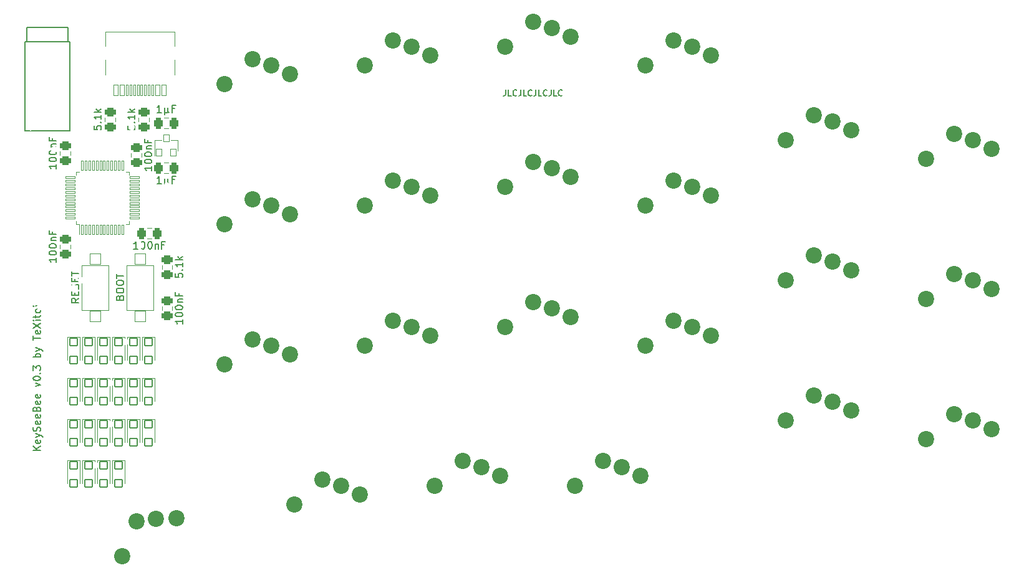
<source format=gbr>
%TF.GenerationSoftware,KiCad,Pcbnew,6.0.5-2.fc36*%
%TF.CreationDate,2022-06-13T15:37:21-05:00*%
%TF.ProjectId,right,72696768-742e-46b6-9963-61645f706362,rev?*%
%TF.SameCoordinates,Original*%
%TF.FileFunction,Legend,Top*%
%TF.FilePolarity,Positive*%
%FSLAX46Y46*%
G04 Gerber Fmt 4.6, Leading zero omitted, Abs format (unit mm)*
G04 Created by KiCad (PCBNEW 6.0.5-2.fc36) date 2022-06-13 15:37:21*
%MOMM*%
%LPD*%
G01*
G04 APERTURE LIST*
G04 Aperture macros list*
%AMRoundRect*
0 Rectangle with rounded corners*
0 $1 Rounding radius*
0 $2 $3 $4 $5 $6 $7 $8 $9 X,Y pos of 4 corners*
0 Add a 4 corners polygon primitive as box body*
4,1,4,$2,$3,$4,$5,$6,$7,$8,$9,$2,$3,0*
0 Add four circle primitives for the rounded corners*
1,1,$1+$1,$2,$3*
1,1,$1+$1,$4,$5*
1,1,$1+$1,$6,$7*
1,1,$1+$1,$8,$9*
0 Add four rect primitives between the rounded corners*
20,1,$1+$1,$2,$3,$4,$5,0*
20,1,$1+$1,$4,$5,$6,$7,0*
20,1,$1+$1,$6,$7,$8,$9,0*
20,1,$1+$1,$8,$9,$2,$3,0*%
G04 Aperture macros list end*
%ADD10C,0.200000*%
%ADD11C,0.150000*%
%ADD12C,0.120000*%
%ADD13C,2.200000*%
%ADD14C,4.102000*%
%ADD15C,2.002000*%
%ADD16C,1.802000*%
%ADD17RoundRect,0.051000X0.750000X-0.750000X0.750000X0.750000X-0.750000X0.750000X-0.750000X-0.750000X0*%
%ADD18RoundRect,0.051000X-0.750000X0.750000X-0.750000X-0.750000X0.750000X-0.750000X0.750000X0.750000X0*%
%ADD19RoundRect,0.301000X-0.450000X0.325000X-0.450000X-0.325000X0.450000X-0.325000X0.450000X0.325000X0*%
%ADD20RoundRect,0.301000X0.450000X-0.325000X0.450000X0.325000X-0.450000X0.325000X-0.450000X-0.325000X0*%
%ADD21RoundRect,0.301000X-0.325000X-0.450000X0.325000X-0.450000X0.325000X0.450000X-0.325000X0.450000X0*%
%ADD22RoundRect,0.051000X-0.500000X0.500000X-0.500000X-0.500000X0.500000X-0.500000X0.500000X0.500000X0*%
%ADD23RoundRect,0.051000X0.125000X-0.650000X0.125000X0.650000X-0.125000X0.650000X-0.125000X-0.650000X0*%
%ADD24RoundRect,0.051000X0.650000X0.125000X-0.650000X0.125000X-0.650000X-0.125000X0.650000X-0.125000X0*%
%ADD25RoundRect,0.051000X0.400000X-0.450000X0.400000X0.450000X-0.400000X0.450000X-0.400000X-0.450000X0*%
%ADD26C,0.902000*%
%ADD27O,1.102000X1.502000*%
%ADD28O,1.102000X1.702000*%
%ADD29C,0.752000*%
%ADD30O,1.102000X2.202000*%
%ADD31RoundRect,0.051000X0.150000X0.725000X-0.150000X0.725000X-0.150000X-0.725000X0.150000X-0.725000X0*%
%ADD32RoundRect,0.051000X0.300000X0.725000X-0.300000X0.725000X-0.300000X-0.725000X0.300000X-0.725000X0*%
G04 APERTURE END LIST*
D10*
X146418761Y-72713904D02*
X146418761Y-73285333D01*
X146380666Y-73399619D01*
X146304476Y-73475809D01*
X146190190Y-73513904D01*
X146114000Y-73513904D01*
X147180666Y-73513904D02*
X146799714Y-73513904D01*
X146799714Y-72713904D01*
X147904476Y-73437714D02*
X147866380Y-73475809D01*
X147752095Y-73513904D01*
X147675904Y-73513904D01*
X147561619Y-73475809D01*
X147485428Y-73399619D01*
X147447333Y-73323428D01*
X147409238Y-73171047D01*
X147409238Y-73056761D01*
X147447333Y-72904380D01*
X147485428Y-72828190D01*
X147561619Y-72752000D01*
X147675904Y-72713904D01*
X147752095Y-72713904D01*
X147866380Y-72752000D01*
X147904476Y-72790095D01*
X148475904Y-72713904D02*
X148475904Y-73285333D01*
X148437809Y-73399619D01*
X148361619Y-73475809D01*
X148247333Y-73513904D01*
X148171142Y-73513904D01*
X149237809Y-73513904D02*
X148856857Y-73513904D01*
X148856857Y-72713904D01*
X149961619Y-73437714D02*
X149923523Y-73475809D01*
X149809238Y-73513904D01*
X149733047Y-73513904D01*
X149618761Y-73475809D01*
X149542571Y-73399619D01*
X149504476Y-73323428D01*
X149466380Y-73171047D01*
X149466380Y-73056761D01*
X149504476Y-72904380D01*
X149542571Y-72828190D01*
X149618761Y-72752000D01*
X149733047Y-72713904D01*
X149809238Y-72713904D01*
X149923523Y-72752000D01*
X149961619Y-72790095D01*
X150533047Y-72713904D02*
X150533047Y-73285333D01*
X150494952Y-73399619D01*
X150418761Y-73475809D01*
X150304476Y-73513904D01*
X150228285Y-73513904D01*
X151294952Y-73513904D02*
X150914000Y-73513904D01*
X150914000Y-72713904D01*
X152018761Y-73437714D02*
X151980666Y-73475809D01*
X151866380Y-73513904D01*
X151790190Y-73513904D01*
X151675904Y-73475809D01*
X151599714Y-73399619D01*
X151561619Y-73323428D01*
X151523523Y-73171047D01*
X151523523Y-73056761D01*
X151561619Y-72904380D01*
X151599714Y-72828190D01*
X151675904Y-72752000D01*
X151790190Y-72713904D01*
X151866380Y-72713904D01*
X151980666Y-72752000D01*
X152018761Y-72790095D01*
X152590190Y-72713904D02*
X152590190Y-73285333D01*
X152552095Y-73399619D01*
X152475904Y-73475809D01*
X152361619Y-73513904D01*
X152285428Y-73513904D01*
X153352095Y-73513904D02*
X152971142Y-73513904D01*
X152971142Y-72713904D01*
X154075904Y-73437714D02*
X154037809Y-73475809D01*
X153923523Y-73513904D01*
X153847333Y-73513904D01*
X153733047Y-73475809D01*
X153656857Y-73399619D01*
X153618761Y-73323428D01*
X153580666Y-73171047D01*
X153580666Y-73056761D01*
X153618761Y-72904380D01*
X153656857Y-72828190D01*
X153733047Y-72752000D01*
X153847333Y-72713904D01*
X153923523Y-72713904D01*
X154037809Y-72752000D01*
X154075904Y-72790095D01*
X83256380Y-121678904D02*
X82256380Y-121678904D01*
X83256380Y-121107476D02*
X82684952Y-121536047D01*
X82256380Y-121107476D02*
X82827809Y-121678904D01*
X83208761Y-120297952D02*
X83256380Y-120393190D01*
X83256380Y-120583666D01*
X83208761Y-120678904D01*
X83113523Y-120726523D01*
X82732571Y-120726523D01*
X82637333Y-120678904D01*
X82589714Y-120583666D01*
X82589714Y-120393190D01*
X82637333Y-120297952D01*
X82732571Y-120250333D01*
X82827809Y-120250333D01*
X82923047Y-120726523D01*
X82589714Y-119917000D02*
X83256380Y-119678904D01*
X82589714Y-119440809D02*
X83256380Y-119678904D01*
X83494476Y-119774142D01*
X83542095Y-119821761D01*
X83589714Y-119917000D01*
X83208761Y-119107476D02*
X83256380Y-118964619D01*
X83256380Y-118726523D01*
X83208761Y-118631285D01*
X83161142Y-118583666D01*
X83065904Y-118536047D01*
X82970666Y-118536047D01*
X82875428Y-118583666D01*
X82827809Y-118631285D01*
X82780190Y-118726523D01*
X82732571Y-118917000D01*
X82684952Y-119012238D01*
X82637333Y-119059857D01*
X82542095Y-119107476D01*
X82446857Y-119107476D01*
X82351619Y-119059857D01*
X82304000Y-119012238D01*
X82256380Y-118917000D01*
X82256380Y-118678904D01*
X82304000Y-118536047D01*
X83208761Y-117726523D02*
X83256380Y-117821761D01*
X83256380Y-118012238D01*
X83208761Y-118107476D01*
X83113523Y-118155095D01*
X82732571Y-118155095D01*
X82637333Y-118107476D01*
X82589714Y-118012238D01*
X82589714Y-117821761D01*
X82637333Y-117726523D01*
X82732571Y-117678904D01*
X82827809Y-117678904D01*
X82923047Y-118155095D01*
X83208761Y-116869380D02*
X83256380Y-116964619D01*
X83256380Y-117155095D01*
X83208761Y-117250333D01*
X83113523Y-117297952D01*
X82732571Y-117297952D01*
X82637333Y-117250333D01*
X82589714Y-117155095D01*
X82589714Y-116964619D01*
X82637333Y-116869380D01*
X82732571Y-116821761D01*
X82827809Y-116821761D01*
X82923047Y-117297952D01*
X82732571Y-116059857D02*
X82780190Y-115917000D01*
X82827809Y-115869380D01*
X82923047Y-115821761D01*
X83065904Y-115821761D01*
X83161142Y-115869380D01*
X83208761Y-115917000D01*
X83256380Y-116012238D01*
X83256380Y-116393190D01*
X82256380Y-116393190D01*
X82256380Y-116059857D01*
X82304000Y-115964619D01*
X82351619Y-115917000D01*
X82446857Y-115869380D01*
X82542095Y-115869380D01*
X82637333Y-115917000D01*
X82684952Y-115964619D01*
X82732571Y-116059857D01*
X82732571Y-116393190D01*
X83208761Y-115012238D02*
X83256380Y-115107476D01*
X83256380Y-115297952D01*
X83208761Y-115393190D01*
X83113523Y-115440809D01*
X82732571Y-115440809D01*
X82637333Y-115393190D01*
X82589714Y-115297952D01*
X82589714Y-115107476D01*
X82637333Y-115012238D01*
X82732571Y-114964619D01*
X82827809Y-114964619D01*
X82923047Y-115440809D01*
X83208761Y-114155095D02*
X83256380Y-114250333D01*
X83256380Y-114440809D01*
X83208761Y-114536047D01*
X83113523Y-114583666D01*
X82732571Y-114583666D01*
X82637333Y-114536047D01*
X82589714Y-114440809D01*
X82589714Y-114250333D01*
X82637333Y-114155095D01*
X82732571Y-114107476D01*
X82827809Y-114107476D01*
X82923047Y-114583666D01*
X82589714Y-113012238D02*
X83256380Y-112774142D01*
X82589714Y-112536047D01*
X82256380Y-111964619D02*
X82256380Y-111869380D01*
X82304000Y-111774142D01*
X82351619Y-111726523D01*
X82446857Y-111678904D01*
X82637333Y-111631285D01*
X82875428Y-111631285D01*
X83065904Y-111678904D01*
X83161142Y-111726523D01*
X83208761Y-111774142D01*
X83256380Y-111869380D01*
X83256380Y-111964619D01*
X83208761Y-112059857D01*
X83161142Y-112107476D01*
X83065904Y-112155095D01*
X82875428Y-112202714D01*
X82637333Y-112202714D01*
X82446857Y-112155095D01*
X82351619Y-112107476D01*
X82304000Y-112059857D01*
X82256380Y-111964619D01*
X83161142Y-111202714D02*
X83208761Y-111155095D01*
X83256380Y-111202714D01*
X83208761Y-111250333D01*
X83161142Y-111202714D01*
X83256380Y-111202714D01*
X82256380Y-110821761D02*
X82256380Y-110202714D01*
X82637333Y-110536047D01*
X82637333Y-110393190D01*
X82684952Y-110297952D01*
X82732571Y-110250333D01*
X82827809Y-110202714D01*
X83065904Y-110202714D01*
X83161142Y-110250333D01*
X83208761Y-110297952D01*
X83256380Y-110393190D01*
X83256380Y-110678904D01*
X83208761Y-110774142D01*
X83161142Y-110821761D01*
X83256380Y-109012238D02*
X82256380Y-109012238D01*
X82637333Y-109012238D02*
X82589714Y-108917000D01*
X82589714Y-108726523D01*
X82637333Y-108631285D01*
X82684952Y-108583666D01*
X82780190Y-108536047D01*
X83065904Y-108536047D01*
X83161142Y-108583666D01*
X83208761Y-108631285D01*
X83256380Y-108726523D01*
X83256380Y-108917000D01*
X83208761Y-109012238D01*
X82589714Y-108202714D02*
X83256380Y-107964619D01*
X82589714Y-107726523D02*
X83256380Y-107964619D01*
X83494476Y-108059857D01*
X83542095Y-108107476D01*
X83589714Y-108202714D01*
X82256380Y-106726523D02*
X82256380Y-106155095D01*
X83256380Y-106440809D02*
X82256380Y-106440809D01*
X83208761Y-105440809D02*
X83256380Y-105536047D01*
X83256380Y-105726523D01*
X83208761Y-105821761D01*
X83113523Y-105869380D01*
X82732571Y-105869380D01*
X82637333Y-105821761D01*
X82589714Y-105726523D01*
X82589714Y-105536047D01*
X82637333Y-105440809D01*
X82732571Y-105393190D01*
X82827809Y-105393190D01*
X82923047Y-105869380D01*
X82256380Y-105059857D02*
X83256380Y-104393190D01*
X82256380Y-104393190D02*
X83256380Y-105059857D01*
X83256380Y-104012238D02*
X82589714Y-104012238D01*
X82256380Y-104012238D02*
X82304000Y-104059857D01*
X82351619Y-104012238D01*
X82304000Y-103964619D01*
X82256380Y-104012238D01*
X82351619Y-104012238D01*
X82589714Y-103678904D02*
X82589714Y-103297952D01*
X82256380Y-103536047D02*
X83113523Y-103536047D01*
X83208761Y-103488428D01*
X83256380Y-103393190D01*
X83256380Y-103297952D01*
X83256380Y-102821761D02*
X83208761Y-102917000D01*
X83161142Y-102964619D01*
X83065904Y-103012238D01*
X82780190Y-103012238D01*
X82684952Y-102964619D01*
X82637333Y-102917000D01*
X82589714Y-102821761D01*
X82589714Y-102678904D01*
X82637333Y-102583666D01*
X82684952Y-102536047D01*
X82780190Y-102488428D01*
X83065904Y-102488428D01*
X83161142Y-102536047D01*
X83208761Y-102583666D01*
X83256380Y-102678904D01*
X83256380Y-102821761D01*
X83256380Y-102059857D02*
X82589714Y-102059857D01*
X82256380Y-102059857D02*
X82304000Y-102107476D01*
X82351619Y-102059857D01*
X82304000Y-102012238D01*
X82256380Y-102059857D01*
X82351619Y-102059857D01*
D11*
%TO.C,SW2*%
X88463380Y-101020380D02*
X87987190Y-101353714D01*
X88463380Y-101591809D02*
X87463380Y-101591809D01*
X87463380Y-101210857D01*
X87511000Y-101115619D01*
X87558619Y-101068000D01*
X87653857Y-101020380D01*
X87796714Y-101020380D01*
X87891952Y-101068000D01*
X87939571Y-101115619D01*
X87987190Y-101210857D01*
X87987190Y-101591809D01*
X87939571Y-100591809D02*
X87939571Y-100258476D01*
X88463380Y-100115619D02*
X88463380Y-100591809D01*
X87463380Y-100591809D01*
X87463380Y-100115619D01*
X88415761Y-99734666D02*
X88463380Y-99591809D01*
X88463380Y-99353714D01*
X88415761Y-99258476D01*
X88368142Y-99210857D01*
X88272904Y-99163238D01*
X88177666Y-99163238D01*
X88082428Y-99210857D01*
X88034809Y-99258476D01*
X87987190Y-99353714D01*
X87939571Y-99544190D01*
X87891952Y-99639428D01*
X87844333Y-99687047D01*
X87749095Y-99734666D01*
X87653857Y-99734666D01*
X87558619Y-99687047D01*
X87511000Y-99639428D01*
X87463380Y-99544190D01*
X87463380Y-99306095D01*
X87511000Y-99163238D01*
X87939571Y-98734666D02*
X87939571Y-98401333D01*
X88463380Y-98258476D02*
X88463380Y-98734666D01*
X87463380Y-98734666D01*
X87463380Y-98258476D01*
X87463380Y-97972761D02*
X87463380Y-97401333D01*
X88463380Y-97687047D02*
X87463380Y-97687047D01*
%TO.C,SW1*%
X94035571Y-100925142D02*
X94083190Y-100782285D01*
X94130809Y-100734666D01*
X94226047Y-100687047D01*
X94368904Y-100687047D01*
X94464142Y-100734666D01*
X94511761Y-100782285D01*
X94559380Y-100877523D01*
X94559380Y-101258476D01*
X93559380Y-101258476D01*
X93559380Y-100925142D01*
X93607000Y-100829904D01*
X93654619Y-100782285D01*
X93749857Y-100734666D01*
X93845095Y-100734666D01*
X93940333Y-100782285D01*
X93987952Y-100829904D01*
X94035571Y-100925142D01*
X94035571Y-101258476D01*
X93559380Y-100068000D02*
X93559380Y-99877523D01*
X93607000Y-99782285D01*
X93702238Y-99687047D01*
X93892714Y-99639428D01*
X94226047Y-99639428D01*
X94416523Y-99687047D01*
X94511761Y-99782285D01*
X94559380Y-99877523D01*
X94559380Y-100068000D01*
X94511761Y-100163238D01*
X94416523Y-100258476D01*
X94226047Y-100306095D01*
X93892714Y-100306095D01*
X93702238Y-100258476D01*
X93607000Y-100163238D01*
X93559380Y-100068000D01*
X93559380Y-99020380D02*
X93559380Y-98829904D01*
X93607000Y-98734666D01*
X93702238Y-98639428D01*
X93892714Y-98591809D01*
X94226047Y-98591809D01*
X94416523Y-98639428D01*
X94511761Y-98734666D01*
X94559380Y-98829904D01*
X94559380Y-99020380D01*
X94511761Y-99115619D01*
X94416523Y-99210857D01*
X94226047Y-99258476D01*
X93892714Y-99258476D01*
X93702238Y-99210857D01*
X93607000Y-99115619D01*
X93559380Y-99020380D01*
X93559380Y-98306095D02*
X93559380Y-97734666D01*
X94559380Y-98020380D02*
X93559380Y-98020380D01*
%TO.C,C1*%
X102560380Y-103909619D02*
X102560380Y-104481047D01*
X102560380Y-104195333D02*
X101560380Y-104195333D01*
X101703238Y-104290571D01*
X101798476Y-104385809D01*
X101846095Y-104481047D01*
X101560380Y-103290571D02*
X101560380Y-103195333D01*
X101608000Y-103100095D01*
X101655619Y-103052476D01*
X101750857Y-103004857D01*
X101941333Y-102957238D01*
X102179428Y-102957238D01*
X102369904Y-103004857D01*
X102465142Y-103052476D01*
X102512761Y-103100095D01*
X102560380Y-103195333D01*
X102560380Y-103290571D01*
X102512761Y-103385809D01*
X102465142Y-103433428D01*
X102369904Y-103481047D01*
X102179428Y-103528666D01*
X101941333Y-103528666D01*
X101750857Y-103481047D01*
X101655619Y-103433428D01*
X101608000Y-103385809D01*
X101560380Y-103290571D01*
X101560380Y-102338190D02*
X101560380Y-102242952D01*
X101608000Y-102147714D01*
X101655619Y-102100095D01*
X101750857Y-102052476D01*
X101941333Y-102004857D01*
X102179428Y-102004857D01*
X102369904Y-102052476D01*
X102465142Y-102100095D01*
X102512761Y-102147714D01*
X102560380Y-102242952D01*
X102560380Y-102338190D01*
X102512761Y-102433428D01*
X102465142Y-102481047D01*
X102369904Y-102528666D01*
X102179428Y-102576285D01*
X101941333Y-102576285D01*
X101750857Y-102528666D01*
X101655619Y-102481047D01*
X101608000Y-102433428D01*
X101560380Y-102338190D01*
X101893714Y-101576285D02*
X102560380Y-101576285D01*
X101988952Y-101576285D02*
X101941333Y-101528666D01*
X101893714Y-101433428D01*
X101893714Y-101290571D01*
X101941333Y-101195333D01*
X102036571Y-101147714D01*
X102560380Y-101147714D01*
X102036571Y-100338190D02*
X102036571Y-100671523D01*
X102560380Y-100671523D02*
X101560380Y-100671523D01*
X101560380Y-100195333D01*
%TO.C,C2*%
X85416380Y-82827619D02*
X85416380Y-83399047D01*
X85416380Y-83113333D02*
X84416380Y-83113333D01*
X84559238Y-83208571D01*
X84654476Y-83303809D01*
X84702095Y-83399047D01*
X84416380Y-82208571D02*
X84416380Y-82113333D01*
X84464000Y-82018095D01*
X84511619Y-81970476D01*
X84606857Y-81922857D01*
X84797333Y-81875238D01*
X85035428Y-81875238D01*
X85225904Y-81922857D01*
X85321142Y-81970476D01*
X85368761Y-82018095D01*
X85416380Y-82113333D01*
X85416380Y-82208571D01*
X85368761Y-82303809D01*
X85321142Y-82351428D01*
X85225904Y-82399047D01*
X85035428Y-82446666D01*
X84797333Y-82446666D01*
X84606857Y-82399047D01*
X84511619Y-82351428D01*
X84464000Y-82303809D01*
X84416380Y-82208571D01*
X84416380Y-81256190D02*
X84416380Y-81160952D01*
X84464000Y-81065714D01*
X84511619Y-81018095D01*
X84606857Y-80970476D01*
X84797333Y-80922857D01*
X85035428Y-80922857D01*
X85225904Y-80970476D01*
X85321142Y-81018095D01*
X85368761Y-81065714D01*
X85416380Y-81160952D01*
X85416380Y-81256190D01*
X85368761Y-81351428D01*
X85321142Y-81399047D01*
X85225904Y-81446666D01*
X85035428Y-81494285D01*
X84797333Y-81494285D01*
X84606857Y-81446666D01*
X84511619Y-81399047D01*
X84464000Y-81351428D01*
X84416380Y-81256190D01*
X84749714Y-80494285D02*
X85416380Y-80494285D01*
X84844952Y-80494285D02*
X84797333Y-80446666D01*
X84749714Y-80351428D01*
X84749714Y-80208571D01*
X84797333Y-80113333D01*
X84892571Y-80065714D01*
X85416380Y-80065714D01*
X84892571Y-79256190D02*
X84892571Y-79589523D01*
X85416380Y-79589523D02*
X84416380Y-79589523D01*
X84416380Y-79113333D01*
%TO.C,C3*%
X98369380Y-83081619D02*
X98369380Y-83653047D01*
X98369380Y-83367333D02*
X97369380Y-83367333D01*
X97512238Y-83462571D01*
X97607476Y-83557809D01*
X97655095Y-83653047D01*
X97369380Y-82462571D02*
X97369380Y-82367333D01*
X97417000Y-82272095D01*
X97464619Y-82224476D01*
X97559857Y-82176857D01*
X97750333Y-82129238D01*
X97988428Y-82129238D01*
X98178904Y-82176857D01*
X98274142Y-82224476D01*
X98321761Y-82272095D01*
X98369380Y-82367333D01*
X98369380Y-82462571D01*
X98321761Y-82557809D01*
X98274142Y-82605428D01*
X98178904Y-82653047D01*
X97988428Y-82700666D01*
X97750333Y-82700666D01*
X97559857Y-82653047D01*
X97464619Y-82605428D01*
X97417000Y-82557809D01*
X97369380Y-82462571D01*
X97369380Y-81510190D02*
X97369380Y-81414952D01*
X97417000Y-81319714D01*
X97464619Y-81272095D01*
X97559857Y-81224476D01*
X97750333Y-81176857D01*
X97988428Y-81176857D01*
X98178904Y-81224476D01*
X98274142Y-81272095D01*
X98321761Y-81319714D01*
X98369380Y-81414952D01*
X98369380Y-81510190D01*
X98321761Y-81605428D01*
X98274142Y-81653047D01*
X98178904Y-81700666D01*
X97988428Y-81748285D01*
X97750333Y-81748285D01*
X97559857Y-81700666D01*
X97464619Y-81653047D01*
X97417000Y-81605428D01*
X97369380Y-81510190D01*
X97702714Y-80748285D02*
X98369380Y-80748285D01*
X97797952Y-80748285D02*
X97750333Y-80700666D01*
X97702714Y-80605428D01*
X97702714Y-80462571D01*
X97750333Y-80367333D01*
X97845571Y-80319714D01*
X98369380Y-80319714D01*
X97845571Y-79510190D02*
X97845571Y-79843523D01*
X98369380Y-79843523D02*
X97369380Y-79843523D01*
X97369380Y-79367333D01*
%TO.C,C4*%
X96496380Y-94304380D02*
X95924952Y-94304380D01*
X96210666Y-94304380D02*
X96210666Y-93304380D01*
X96115428Y-93447238D01*
X96020190Y-93542476D01*
X95924952Y-93590095D01*
X97115428Y-93304380D02*
X97210666Y-93304380D01*
X97305904Y-93352000D01*
X97353523Y-93399619D01*
X97401142Y-93494857D01*
X97448761Y-93685333D01*
X97448761Y-93923428D01*
X97401142Y-94113904D01*
X97353523Y-94209142D01*
X97305904Y-94256761D01*
X97210666Y-94304380D01*
X97115428Y-94304380D01*
X97020190Y-94256761D01*
X96972571Y-94209142D01*
X96924952Y-94113904D01*
X96877333Y-93923428D01*
X96877333Y-93685333D01*
X96924952Y-93494857D01*
X96972571Y-93399619D01*
X97020190Y-93352000D01*
X97115428Y-93304380D01*
X98067809Y-93304380D02*
X98163047Y-93304380D01*
X98258285Y-93352000D01*
X98305904Y-93399619D01*
X98353523Y-93494857D01*
X98401142Y-93685333D01*
X98401142Y-93923428D01*
X98353523Y-94113904D01*
X98305904Y-94209142D01*
X98258285Y-94256761D01*
X98163047Y-94304380D01*
X98067809Y-94304380D01*
X97972571Y-94256761D01*
X97924952Y-94209142D01*
X97877333Y-94113904D01*
X97829714Y-93923428D01*
X97829714Y-93685333D01*
X97877333Y-93494857D01*
X97924952Y-93399619D01*
X97972571Y-93352000D01*
X98067809Y-93304380D01*
X98829714Y-93637714D02*
X98829714Y-94304380D01*
X98829714Y-93732952D02*
X98877333Y-93685333D01*
X98972571Y-93637714D01*
X99115428Y-93637714D01*
X99210666Y-93685333D01*
X99258285Y-93780571D01*
X99258285Y-94304380D01*
X100067809Y-93780571D02*
X99734476Y-93780571D01*
X99734476Y-94304380D02*
X99734476Y-93304380D01*
X100210666Y-93304380D01*
%TO.C,C5*%
X85416380Y-95527619D02*
X85416380Y-96099047D01*
X85416380Y-95813333D02*
X84416380Y-95813333D01*
X84559238Y-95908571D01*
X84654476Y-96003809D01*
X84702095Y-96099047D01*
X84416380Y-94908571D02*
X84416380Y-94813333D01*
X84464000Y-94718095D01*
X84511619Y-94670476D01*
X84606857Y-94622857D01*
X84797333Y-94575238D01*
X85035428Y-94575238D01*
X85225904Y-94622857D01*
X85321142Y-94670476D01*
X85368761Y-94718095D01*
X85416380Y-94813333D01*
X85416380Y-94908571D01*
X85368761Y-95003809D01*
X85321142Y-95051428D01*
X85225904Y-95099047D01*
X85035428Y-95146666D01*
X84797333Y-95146666D01*
X84606857Y-95099047D01*
X84511619Y-95051428D01*
X84464000Y-95003809D01*
X84416380Y-94908571D01*
X84416380Y-93956190D02*
X84416380Y-93860952D01*
X84464000Y-93765714D01*
X84511619Y-93718095D01*
X84606857Y-93670476D01*
X84797333Y-93622857D01*
X85035428Y-93622857D01*
X85225904Y-93670476D01*
X85321142Y-93718095D01*
X85368761Y-93765714D01*
X85416380Y-93860952D01*
X85416380Y-93956190D01*
X85368761Y-94051428D01*
X85321142Y-94099047D01*
X85225904Y-94146666D01*
X85035428Y-94194285D01*
X84797333Y-94194285D01*
X84606857Y-94146666D01*
X84511619Y-94099047D01*
X84464000Y-94051428D01*
X84416380Y-93956190D01*
X84749714Y-93194285D02*
X85416380Y-93194285D01*
X84844952Y-93194285D02*
X84797333Y-93146666D01*
X84749714Y-93051428D01*
X84749714Y-92908571D01*
X84797333Y-92813333D01*
X84892571Y-92765714D01*
X85416380Y-92765714D01*
X84892571Y-91956190D02*
X84892571Y-92289523D01*
X85416380Y-92289523D02*
X84416380Y-92289523D01*
X84416380Y-91813333D01*
%TO.C,C6*%
X99663333Y-85414380D02*
X99091904Y-85414380D01*
X99377619Y-85414380D02*
X99377619Y-84414380D01*
X99282380Y-84557238D01*
X99187142Y-84652476D01*
X99091904Y-84700095D01*
X100091904Y-84747714D02*
X100091904Y-85747714D01*
X100568095Y-85271523D02*
X100615714Y-85366761D01*
X100710952Y-85414380D01*
X100091904Y-85271523D02*
X100139523Y-85366761D01*
X100234761Y-85414380D01*
X100425238Y-85414380D01*
X100520476Y-85366761D01*
X100568095Y-85271523D01*
X100568095Y-84747714D01*
X101472857Y-84890571D02*
X101139523Y-84890571D01*
X101139523Y-85414380D02*
X101139523Y-84414380D01*
X101615714Y-84414380D01*
%TO.C,C7*%
X99663333Y-75763380D02*
X99091904Y-75763380D01*
X99377619Y-75763380D02*
X99377619Y-74763380D01*
X99282380Y-74906238D01*
X99187142Y-75001476D01*
X99091904Y-75049095D01*
X100091904Y-75096714D02*
X100091904Y-76096714D01*
X100568095Y-75620523D02*
X100615714Y-75715761D01*
X100710952Y-75763380D01*
X100091904Y-75620523D02*
X100139523Y-75715761D01*
X100234761Y-75763380D01*
X100425238Y-75763380D01*
X100520476Y-75715761D01*
X100568095Y-75620523D01*
X100568095Y-75096714D01*
X101472857Y-75239571D02*
X101139523Y-75239571D01*
X101139523Y-75763380D02*
X101139523Y-74763380D01*
X101615714Y-74763380D01*
%TO.C,R7*%
X95084380Y-77588952D02*
X95084380Y-78065142D01*
X95560571Y-78112761D01*
X95512952Y-78065142D01*
X95465333Y-77969904D01*
X95465333Y-77731809D01*
X95512952Y-77636571D01*
X95560571Y-77588952D01*
X95655809Y-77541333D01*
X95893904Y-77541333D01*
X95989142Y-77588952D01*
X96036761Y-77636571D01*
X96084380Y-77731809D01*
X96084380Y-77969904D01*
X96036761Y-78065142D01*
X95989142Y-78112761D01*
X95989142Y-77112761D02*
X96036761Y-77065142D01*
X96084380Y-77112761D01*
X96036761Y-77160380D01*
X95989142Y-77112761D01*
X96084380Y-77112761D01*
X96084380Y-76112761D02*
X96084380Y-76684190D01*
X96084380Y-76398476D02*
X95084380Y-76398476D01*
X95227238Y-76493714D01*
X95322476Y-76588952D01*
X95370095Y-76684190D01*
X96084380Y-75684190D02*
X95084380Y-75684190D01*
X95703428Y-75588952D02*
X96084380Y-75303238D01*
X95417714Y-75303238D02*
X95798666Y-75684190D01*
%TO.C,R6*%
X90512380Y-77588952D02*
X90512380Y-78065142D01*
X90988571Y-78112761D01*
X90940952Y-78065142D01*
X90893333Y-77969904D01*
X90893333Y-77731809D01*
X90940952Y-77636571D01*
X90988571Y-77588952D01*
X91083809Y-77541333D01*
X91321904Y-77541333D01*
X91417142Y-77588952D01*
X91464761Y-77636571D01*
X91512380Y-77731809D01*
X91512380Y-77969904D01*
X91464761Y-78065142D01*
X91417142Y-78112761D01*
X91417142Y-77112761D02*
X91464761Y-77065142D01*
X91512380Y-77112761D01*
X91464761Y-77160380D01*
X91417142Y-77112761D01*
X91512380Y-77112761D01*
X91512380Y-76112761D02*
X91512380Y-76684190D01*
X91512380Y-76398476D02*
X90512380Y-76398476D01*
X90655238Y-76493714D01*
X90750476Y-76588952D01*
X90798095Y-76684190D01*
X91512380Y-75684190D02*
X90512380Y-75684190D01*
X91131428Y-75588952D02*
X91512380Y-75303238D01*
X90845714Y-75303238D02*
X91226666Y-75684190D01*
%TO.C,R1*%
X101560380Y-97654952D02*
X101560380Y-98131142D01*
X102036571Y-98178761D01*
X101988952Y-98131142D01*
X101941333Y-98035904D01*
X101941333Y-97797809D01*
X101988952Y-97702571D01*
X102036571Y-97654952D01*
X102131809Y-97607333D01*
X102369904Y-97607333D01*
X102465142Y-97654952D01*
X102512761Y-97702571D01*
X102560380Y-97797809D01*
X102560380Y-98035904D01*
X102512761Y-98131142D01*
X102465142Y-98178761D01*
X102465142Y-97178761D02*
X102512761Y-97131142D01*
X102560380Y-97178761D01*
X102512761Y-97226380D01*
X102465142Y-97178761D01*
X102560380Y-97178761D01*
X102560380Y-96178761D02*
X102560380Y-96750190D01*
X102560380Y-96464476D02*
X101560380Y-96464476D01*
X101703238Y-96559714D01*
X101798476Y-96654952D01*
X101846095Y-96750190D01*
X102560380Y-95750190D02*
X101560380Y-95750190D01*
X102179428Y-95654952D02*
X102560380Y-95369238D01*
X101893714Y-95369238D02*
X102274666Y-95750190D01*
D12*
%TO.C,SW2*%
X92528000Y-102628000D02*
X88828000Y-102628000D01*
X92528000Y-96508000D02*
X92528000Y-102628000D01*
X88828000Y-96508000D02*
X92528000Y-96508000D01*
X88828000Y-102628000D02*
X88828000Y-96508000D01*
%TO.C,SW1*%
X98624000Y-96508000D02*
X98624000Y-102628000D01*
X98624000Y-102628000D02*
X94924000Y-102628000D01*
X94924000Y-102628000D02*
X94924000Y-96508000D01*
X94924000Y-96508000D02*
X98624000Y-96508000D01*
%TO.C,C1*%
X101167000Y-102100748D02*
X101167000Y-102623252D01*
X99747000Y-102100748D02*
X99747000Y-102623252D01*
%TO.C,C2*%
X85904000Y-81018748D02*
X85904000Y-81541252D01*
X87324000Y-81018748D02*
X87324000Y-81541252D01*
%TO.C,C3*%
X95556000Y-81795252D02*
X95556000Y-81272748D01*
X96976000Y-81795252D02*
X96976000Y-81272748D01*
%TO.C,C4*%
X97782748Y-92912000D02*
X98305252Y-92912000D01*
X97782748Y-91492000D02*
X98305252Y-91492000D01*
%TO.C,C5*%
X87324000Y-93718748D02*
X87324000Y-94241252D01*
X85904000Y-93718748D02*
X85904000Y-94241252D01*
%TO.C,C6*%
X100068748Y-84022000D02*
X100591252Y-84022000D01*
X100068748Y-82602000D02*
X100591252Y-82602000D01*
%TO.C,C7*%
X100068748Y-76506000D02*
X100591252Y-76506000D01*
X100068748Y-77926000D02*
X100591252Y-77926000D01*
%TO.C,D17*%
X88607000Y-123068000D02*
X88607000Y-126218000D01*
X86907000Y-123068000D02*
X86907000Y-126218000D01*
X88607000Y-123068000D02*
X86907000Y-123068000D01*
%TO.C,D15*%
X88607000Y-111892000D02*
X86907000Y-111892000D01*
X86907000Y-111892000D02*
X86907000Y-115042000D01*
X88607000Y-111892000D02*
X88607000Y-115042000D01*
%TO.C,D14*%
X88607000Y-106304000D02*
X88607000Y-109454000D01*
X86907000Y-106304000D02*
X86907000Y-109454000D01*
X88607000Y-106304000D02*
X86907000Y-106304000D01*
%TO.C,D12*%
X94703000Y-123068000D02*
X93003000Y-123068000D01*
X93003000Y-123068000D02*
X93003000Y-126218000D01*
X94703000Y-123068000D02*
X94703000Y-126218000D01*
%TO.C,D11*%
X94703000Y-117480000D02*
X94703000Y-120630000D01*
X93003000Y-117480000D02*
X93003000Y-120630000D01*
X94703000Y-117480000D02*
X93003000Y-117480000D01*
%TO.C,D10*%
X94703000Y-111892000D02*
X93003000Y-111892000D01*
X93003000Y-111892000D02*
X93003000Y-115042000D01*
X94703000Y-111892000D02*
X94703000Y-115042000D01*
%TO.C,D9*%
X94703000Y-106304000D02*
X94703000Y-109454000D01*
X93003000Y-106304000D02*
X93003000Y-109454000D01*
X94703000Y-106304000D02*
X93003000Y-106304000D01*
%TO.C,D7*%
X98767000Y-117480000D02*
X97067000Y-117480000D01*
X97067000Y-117480000D02*
X97067000Y-120630000D01*
X98767000Y-117480000D02*
X98767000Y-120630000D01*
%TO.C,D6*%
X98767000Y-111892000D02*
X98767000Y-115042000D01*
X97067000Y-111892000D02*
X97067000Y-115042000D01*
X98767000Y-111892000D02*
X97067000Y-111892000D01*
%TO.C,D5*%
X98767000Y-106304000D02*
X97067000Y-106304000D01*
X97067000Y-106304000D02*
X97067000Y-109454000D01*
X98767000Y-106304000D02*
X98767000Y-109454000D01*
%TO.C,D16*%
X88607000Y-117480000D02*
X88607000Y-120630000D01*
X86907000Y-117480000D02*
X86907000Y-120630000D01*
X88607000Y-117480000D02*
X86907000Y-117480000D01*
%TO.C,D20*%
X96735000Y-111892000D02*
X95035000Y-111892000D01*
X95035000Y-111892000D02*
X95035000Y-115042000D01*
X96735000Y-111892000D02*
X96735000Y-115042000D01*
%TO.C,D36*%
X90639000Y-123068000D02*
X90639000Y-126218000D01*
X88939000Y-123068000D02*
X88939000Y-126218000D01*
X90639000Y-123068000D02*
X88939000Y-123068000D01*
%TO.C,D34*%
X90639000Y-111892000D02*
X88939000Y-111892000D01*
X88939000Y-111892000D02*
X88939000Y-115042000D01*
X90639000Y-111892000D02*
X90639000Y-115042000D01*
%TO.C,D33*%
X90639000Y-106304000D02*
X90639000Y-109454000D01*
X88939000Y-106304000D02*
X88939000Y-109454000D01*
X90639000Y-106304000D02*
X88939000Y-106304000D01*
%TO.C,D26*%
X92671000Y-123068000D02*
X90971000Y-123068000D01*
X90971000Y-123068000D02*
X90971000Y-126218000D01*
X92671000Y-123068000D02*
X92671000Y-126218000D01*
%TO.C,D25*%
X92671000Y-117480000D02*
X92671000Y-120630000D01*
X90971000Y-117480000D02*
X90971000Y-120630000D01*
X92671000Y-117480000D02*
X90971000Y-117480000D01*
%TO.C,D24*%
X92671000Y-111892000D02*
X90971000Y-111892000D01*
X90971000Y-111892000D02*
X90971000Y-115042000D01*
X92671000Y-111892000D02*
X92671000Y-115042000D01*
%TO.C,D23*%
X92671000Y-106304000D02*
X92671000Y-109454000D01*
X90971000Y-106304000D02*
X90971000Y-109454000D01*
X92671000Y-106304000D02*
X90971000Y-106304000D01*
%TO.C,D21*%
X96735000Y-117480000D02*
X95035000Y-117480000D01*
X95035000Y-117480000D02*
X95035000Y-120630000D01*
X96735000Y-117480000D02*
X96735000Y-120630000D01*
%TO.C,D19*%
X96735000Y-106304000D02*
X96735000Y-109454000D01*
X95035000Y-106304000D02*
X95035000Y-109454000D01*
X96735000Y-106304000D02*
X95035000Y-106304000D01*
%TO.C,D35*%
X90639000Y-117480000D02*
X88939000Y-117480000D01*
X88939000Y-117480000D02*
X88939000Y-120630000D01*
X90639000Y-117480000D02*
X90639000Y-120630000D01*
%TO.C,U1*%
X88134000Y-83816000D02*
X88554000Y-83816000D01*
X95254000Y-83816000D02*
X94834000Y-83816000D01*
X95254000Y-90936000D02*
X94834000Y-90936000D01*
X88134000Y-90936000D02*
X88134000Y-90516000D01*
X95254000Y-83816000D02*
X95254000Y-84236000D01*
X88134000Y-83816000D02*
X88134000Y-84236000D01*
X88554000Y-90936000D02*
X88554000Y-92316000D01*
X88134000Y-90936000D02*
X88554000Y-90936000D01*
X95254000Y-90936000D02*
X95254000Y-90516000D01*
%TO.C,U2*%
X101910000Y-79504000D02*
X100980000Y-79504000D01*
X98750000Y-79504000D02*
X99680000Y-79504000D01*
X98750000Y-79504000D02*
X98750000Y-81664000D01*
X101910000Y-79504000D02*
X101910000Y-80964000D01*
%TO.C,R7*%
X97992000Y-76446748D02*
X97992000Y-76969252D01*
X96572000Y-76446748D02*
X96572000Y-76969252D01*
%TO.C,R6*%
X92000000Y-76446748D02*
X92000000Y-76969252D01*
X93420000Y-76446748D02*
X93420000Y-76969252D01*
%TO.C,R1*%
X101167000Y-96512748D02*
X101167000Y-97035252D01*
X99747000Y-96512748D02*
X99747000Y-97035252D01*
D11*
%TO.C,J2*%
X87001000Y-64167000D02*
X81401000Y-64167000D01*
X81401000Y-66167000D02*
X81401000Y-64167000D01*
X87001000Y-66167000D02*
X87001000Y-64167000D01*
X81151000Y-66167000D02*
X81151000Y-78267000D01*
X87251000Y-66167000D02*
X87251000Y-78267000D01*
X87251000Y-78267000D02*
X81151000Y-78267000D01*
X87251000Y-66167000D02*
X81151000Y-66167000D01*
D12*
%TO.C,J1*%
X101474000Y-66707000D02*
X101474000Y-64807000D01*
X101474000Y-70607000D02*
X101474000Y-68607000D01*
X92074000Y-66707000D02*
X92074000Y-64807000D01*
X92074000Y-70607000D02*
X92074000Y-68607000D01*
X101474000Y-64807000D02*
X92074000Y-64807000D01*
%TD*%
D13*
%TO.C,SW12*%
X117114000Y-70522000D03*
X112014000Y-68522000D03*
X114554000Y-69342000D03*
X108204000Y-71882000D03*
%TD*%
%TO.C,SW15*%
X94389958Y-136078880D03*
X98939448Y-130972391D03*
X96300433Y-131371887D03*
X101756994Y-130886147D03*
%TD*%
%TO.C,SW3*%
X212364000Y-80682000D03*
X207264000Y-78682000D03*
X209804000Y-79502000D03*
X203454000Y-82042000D03*
%TD*%
%TO.C,SW4*%
X203454000Y-101092000D03*
X209804000Y-98552000D03*
X207264000Y-97732000D03*
X212364000Y-99732000D03*
%TD*%
%TO.C,SW5*%
X212364000Y-118782000D03*
X207264000Y-116782000D03*
X209804000Y-117602000D03*
X203454000Y-120142000D03*
%TD*%
%TO.C,SW7*%
X165354000Y-69342000D03*
X171704000Y-66802000D03*
X169164000Y-65982000D03*
X174264000Y-67982000D03*
%TD*%
%TO.C,SW13*%
X117114000Y-89572000D03*
X112014000Y-87572000D03*
X114554000Y-88392000D03*
X108204000Y-90932000D03*
%TD*%
%TO.C,SW8*%
X165354000Y-88392000D03*
X171704000Y-85852000D03*
X169164000Y-85032000D03*
X174264000Y-87032000D03*
%TD*%
%TO.C,SW9*%
X174264000Y-106082000D03*
X169164000Y-104082000D03*
X171704000Y-104902000D03*
X165354000Y-107442000D03*
%TD*%
%TO.C,SW10*%
X155829000Y-126492000D03*
X162179000Y-123952000D03*
X159639000Y-123132000D03*
X164739000Y-125132000D03*
%TD*%
%TO.C,SW14*%
X108204000Y-109982000D03*
X114554000Y-107442000D03*
X112014000Y-106622000D03*
X117114000Y-108622000D03*
%TD*%
%TO.C,SW17*%
X193314000Y-78142000D03*
X188214000Y-76142000D03*
X190754000Y-76962000D03*
X184404000Y-79502000D03*
%TD*%
%TO.C,SW18*%
X184404000Y-98552000D03*
X190754000Y-96012000D03*
X188214000Y-95192000D03*
X193314000Y-97192000D03*
%TD*%
%TO.C,SW19*%
X193314000Y-116242000D03*
X188214000Y-114242000D03*
X190754000Y-115062000D03*
X184404000Y-117602000D03*
%TD*%
%TO.C,SW21*%
X146304000Y-66802000D03*
X152654000Y-64262000D03*
X150114000Y-63442000D03*
X155214000Y-65442000D03*
%TD*%
%TO.C,SW22*%
X155214000Y-84492000D03*
X150114000Y-82492000D03*
X152654000Y-83312000D03*
X146304000Y-85852000D03*
%TD*%
%TO.C,SW23*%
X146304000Y-104902000D03*
X152654000Y-102362000D03*
X150114000Y-101542000D03*
X155214000Y-103542000D03*
%TD*%
%TO.C,SW31*%
X136164000Y-67982000D03*
X131064000Y-65982000D03*
X133604000Y-66802000D03*
X127254000Y-69342000D03*
%TD*%
%TO.C,SW32*%
X127254000Y-88392000D03*
X133604000Y-85852000D03*
X131064000Y-85032000D03*
X136164000Y-87032000D03*
%TD*%
%TO.C,SW33*%
X136164000Y-106082000D03*
X131064000Y-104082000D03*
X133604000Y-104902000D03*
X127254000Y-107442000D03*
%TD*%
%TO.C,SW34*%
X117729000Y-129032000D03*
X124079000Y-126492000D03*
X121539000Y-125672000D03*
X126639000Y-127672000D03*
%TD*%
%TO.C,SW24*%
X145689000Y-125132000D03*
X140589000Y-123132000D03*
X143129000Y-123952000D03*
X136779000Y-126492000D03*
%TD*%
%LPC*%
D14*
%TO.C,SW12*%
X112014000Y-74422000D03*
D15*
X106514000Y-74422000D03*
X117514000Y-74422000D03*
D16*
X117094000Y-74422000D03*
X106934000Y-74422000D03*
%TD*%
%TO.C,SW15*%
X94386733Y-138918685D03*
X103479267Y-134385315D03*
D15*
X103855139Y-134197912D03*
X94010861Y-139106088D03*
D14*
X98933000Y-136652000D03*
%TD*%
%TO.C,SW3*%
X207264000Y-84582000D03*
D15*
X201764000Y-84582000D03*
X212764000Y-84582000D03*
D16*
X212344000Y-84582000D03*
X202184000Y-84582000D03*
%TD*%
%TO.C,SW4*%
X202184000Y-103632000D03*
X212344000Y-103632000D03*
D15*
X212764000Y-103632000D03*
X201764000Y-103632000D03*
D14*
X207264000Y-103632000D03*
%TD*%
%TO.C,SW5*%
X207264000Y-122682000D03*
D15*
X201764000Y-122682000D03*
X212764000Y-122682000D03*
D16*
X212344000Y-122682000D03*
X202184000Y-122682000D03*
%TD*%
%TO.C,SW7*%
X164084000Y-71882000D03*
X174244000Y-71882000D03*
D15*
X174664000Y-71882000D03*
X163664000Y-71882000D03*
D14*
X169164000Y-71882000D03*
%TD*%
%TO.C,SW13*%
X112014000Y-93472000D03*
D15*
X106514000Y-93472000D03*
X117514000Y-93472000D03*
D16*
X117094000Y-93472000D03*
X106934000Y-93472000D03*
%TD*%
%TO.C,SW8*%
X164084000Y-90932000D03*
X174244000Y-90932000D03*
D15*
X174664000Y-90932000D03*
X163664000Y-90932000D03*
D14*
X169164000Y-90932000D03*
%TD*%
%TO.C,SW9*%
X169164000Y-109982000D03*
D15*
X163664000Y-109982000D03*
X174664000Y-109982000D03*
D16*
X174244000Y-109982000D03*
X164084000Y-109982000D03*
%TD*%
%TO.C,SW10*%
X154559000Y-129032000D03*
X164719000Y-129032000D03*
D15*
X165139000Y-129032000D03*
X154139000Y-129032000D03*
D14*
X159639000Y-129032000D03*
%TD*%
D16*
%TO.C,SW14*%
X106934000Y-112522000D03*
X117094000Y-112522000D03*
D15*
X117514000Y-112522000D03*
X106514000Y-112522000D03*
D14*
X112014000Y-112522000D03*
%TD*%
%TO.C,SW17*%
X188214000Y-82042000D03*
D15*
X182714000Y-82042000D03*
X193714000Y-82042000D03*
D16*
X193294000Y-82042000D03*
X183134000Y-82042000D03*
%TD*%
%TO.C,SW18*%
X183134000Y-101092000D03*
X193294000Y-101092000D03*
D15*
X193714000Y-101092000D03*
X182714000Y-101092000D03*
D14*
X188214000Y-101092000D03*
%TD*%
%TO.C,SW19*%
X188214000Y-120142000D03*
D15*
X182714000Y-120142000D03*
X193714000Y-120142000D03*
D16*
X193294000Y-120142000D03*
X183134000Y-120142000D03*
%TD*%
%TO.C,SW21*%
X145034000Y-69342000D03*
X155194000Y-69342000D03*
D15*
X155614000Y-69342000D03*
X144614000Y-69342000D03*
D14*
X150114000Y-69342000D03*
%TD*%
%TO.C,SW22*%
X150114000Y-88392000D03*
D15*
X144614000Y-88392000D03*
X155614000Y-88392000D03*
D16*
X155194000Y-88392000D03*
X145034000Y-88392000D03*
%TD*%
%TO.C,SW23*%
X145034000Y-107442000D03*
X155194000Y-107442000D03*
D15*
X155614000Y-107442000D03*
X144614000Y-107442000D03*
D14*
X150114000Y-107442000D03*
%TD*%
%TO.C,SW31*%
X131064000Y-71882000D03*
D15*
X125564000Y-71882000D03*
X136564000Y-71882000D03*
D16*
X136144000Y-71882000D03*
X125984000Y-71882000D03*
%TD*%
%TO.C,SW32*%
X125984000Y-90932000D03*
X136144000Y-90932000D03*
D15*
X136564000Y-90932000D03*
X125564000Y-90932000D03*
D14*
X131064000Y-90932000D03*
%TD*%
%TO.C,SW33*%
X131064000Y-109982000D03*
D15*
X125564000Y-109982000D03*
X136564000Y-109982000D03*
D16*
X136144000Y-109982000D03*
X125984000Y-109982000D03*
%TD*%
%TO.C,SW34*%
X116459000Y-131572000D03*
X126619000Y-131572000D03*
D15*
X127039000Y-131572000D03*
X116039000Y-131572000D03*
D14*
X121539000Y-131572000D03*
%TD*%
%TO.C,SW24*%
X140589000Y-129032000D03*
D15*
X135089000Y-129032000D03*
X146089000Y-129032000D03*
D16*
X145669000Y-129032000D03*
X135509000Y-129032000D03*
%TD*%
D17*
%TO.C,SW2*%
X90678000Y-95668000D03*
X90678000Y-103468000D03*
%TD*%
D18*
%TO.C,SW1*%
X96774000Y-95668000D03*
X96774000Y-103468000D03*
%TD*%
D19*
%TO.C,C1*%
X100457000Y-101337000D03*
X100457000Y-103387000D03*
%TD*%
%TO.C,C2*%
X86614000Y-82305000D03*
X86614000Y-80255000D03*
%TD*%
D20*
%TO.C,C3*%
X96266000Y-82559000D03*
X96266000Y-80509000D03*
%TD*%
D21*
%TO.C,C4*%
X99069000Y-92202000D03*
X97019000Y-92202000D03*
%TD*%
D19*
%TO.C,C5*%
X86614000Y-92955000D03*
X86614000Y-95005000D03*
%TD*%
D21*
%TO.C,C6*%
X101355000Y-83312000D03*
X99305000Y-83312000D03*
%TD*%
%TO.C,C7*%
X99305000Y-77216000D03*
X101355000Y-77216000D03*
%TD*%
D22*
%TO.C,D17*%
X87757000Y-126218000D03*
X87757000Y-123718000D03*
%TD*%
%TO.C,D15*%
X87757000Y-112542000D03*
X87757000Y-115042000D03*
%TD*%
%TO.C,D14*%
X87757000Y-109454000D03*
X87757000Y-106954000D03*
%TD*%
%TO.C,D12*%
X93853000Y-123718000D03*
X93853000Y-126218000D03*
%TD*%
%TO.C,D11*%
X93853000Y-120630000D03*
X93853000Y-118130000D03*
%TD*%
%TO.C,D10*%
X93853000Y-112542000D03*
X93853000Y-115042000D03*
%TD*%
%TO.C,D9*%
X93853000Y-109454000D03*
X93853000Y-106954000D03*
%TD*%
%TO.C,D7*%
X97917000Y-118130000D03*
X97917000Y-120630000D03*
%TD*%
%TO.C,D6*%
X97917000Y-115042000D03*
X97917000Y-112542000D03*
%TD*%
%TO.C,D5*%
X97917000Y-106954000D03*
X97917000Y-109454000D03*
%TD*%
%TO.C,D16*%
X87757000Y-120630000D03*
X87757000Y-118130000D03*
%TD*%
%TO.C,D20*%
X95885000Y-112542000D03*
X95885000Y-115042000D03*
%TD*%
%TO.C,D36*%
X89789000Y-126218000D03*
X89789000Y-123718000D03*
%TD*%
%TO.C,D34*%
X89789000Y-112542000D03*
X89789000Y-115042000D03*
%TD*%
%TO.C,D33*%
X89789000Y-109454000D03*
X89789000Y-106954000D03*
%TD*%
%TO.C,D26*%
X91821000Y-123718000D03*
X91821000Y-126218000D03*
%TD*%
%TO.C,D25*%
X91821000Y-120630000D03*
X91821000Y-118130000D03*
%TD*%
%TO.C,D24*%
X91821000Y-112542000D03*
X91821000Y-115042000D03*
%TD*%
%TO.C,D23*%
X91821000Y-109454000D03*
X91821000Y-106954000D03*
%TD*%
%TO.C,D21*%
X95885000Y-118130000D03*
X95885000Y-120630000D03*
%TD*%
%TO.C,D19*%
X95885000Y-109454000D03*
X95885000Y-106954000D03*
%TD*%
%TO.C,D35*%
X89789000Y-118130000D03*
X89789000Y-120630000D03*
%TD*%
D23*
%TO.C,U1*%
X88944000Y-91726000D03*
X89444000Y-91726000D03*
X89944000Y-91726000D03*
X90444000Y-91726000D03*
X90944000Y-91726000D03*
X91444000Y-91726000D03*
X91944000Y-91726000D03*
X92444000Y-91726000D03*
X92944000Y-91726000D03*
X93444000Y-91726000D03*
X93944000Y-91726000D03*
X94444000Y-91726000D03*
D24*
X96044000Y-90126000D03*
X96044000Y-89626000D03*
X96044000Y-89126000D03*
X96044000Y-88626000D03*
X96044000Y-88126000D03*
X96044000Y-87626000D03*
X96044000Y-87126000D03*
X96044000Y-86626000D03*
X96044000Y-86126000D03*
X96044000Y-85626000D03*
X96044000Y-85126000D03*
X96044000Y-84626000D03*
D23*
X94444000Y-83026000D03*
X93944000Y-83026000D03*
X93444000Y-83026000D03*
X92944000Y-83026000D03*
X92444000Y-83026000D03*
X91944000Y-83026000D03*
X91444000Y-83026000D03*
X90944000Y-83026000D03*
X90444000Y-83026000D03*
X89944000Y-83026000D03*
X89444000Y-83026000D03*
X88944000Y-83026000D03*
D24*
X87344000Y-84626000D03*
X87344000Y-85126000D03*
X87344000Y-85626000D03*
X87344000Y-86126000D03*
X87344000Y-86626000D03*
X87344000Y-87126000D03*
X87344000Y-87626000D03*
X87344000Y-88126000D03*
X87344000Y-88626000D03*
X87344000Y-89126000D03*
X87344000Y-89626000D03*
X87344000Y-90126000D03*
%TD*%
D25*
%TO.C,U2*%
X99380000Y-81264000D03*
X101280000Y-81264000D03*
X100330000Y-79264000D03*
%TD*%
D19*
%TO.C,R7*%
X97282000Y-75683000D03*
X97282000Y-77733000D03*
%TD*%
%TO.C,R6*%
X92710000Y-77733000D03*
X92710000Y-75683000D03*
%TD*%
%TO.C,R1*%
X100457000Y-95749000D03*
X100457000Y-97799000D03*
%TD*%
D26*
%TO.C,J2*%
X84201000Y-74767000D03*
X84201000Y-67767000D03*
D27*
X86501000Y-69367000D03*
X86501000Y-72367000D03*
X86501000Y-76367000D03*
X81901000Y-77467000D03*
%TD*%
D28*
%TO.C,J1*%
X92454000Y-67657000D03*
D29*
X93884000Y-71307000D03*
D28*
X101094000Y-67657000D03*
D29*
X99664000Y-71307000D03*
D30*
X101094000Y-71837000D03*
X92454000Y-71837000D03*
D31*
X97024000Y-72752000D03*
X95024000Y-72752000D03*
X95524000Y-72752000D03*
X96024000Y-72752000D03*
X96524000Y-72752000D03*
X97524000Y-72752000D03*
X98024000Y-72752000D03*
X98524000Y-72752000D03*
D32*
X93524000Y-72752000D03*
X94324000Y-72752000D03*
X99224000Y-72752000D03*
X100024000Y-72752000D03*
X100024000Y-72752000D03*
X99224000Y-72752000D03*
X94324000Y-72752000D03*
X93524000Y-72752000D03*
%TD*%
D26*
X95631000Y-77724000D03*
X139446000Y-68453000D03*
X118999000Y-68453000D03*
X88773000Y-93726000D03*
X110617000Y-133350000D03*
X132080000Y-128651000D03*
X83185000Y-102235000D03*
X83185000Y-87122000D03*
X97790000Y-98806000D03*
X98044000Y-84963000D03*
X90297000Y-101092000D03*
X85090000Y-80772000D03*
X89408000Y-81026000D03*
X86786000Y-83693000D03*
X98139235Y-90067167D03*
X88773000Y-98552000D03*
X83312000Y-91948000D03*
X87757000Y-99568000D03*
X83312000Y-94615000D03*
X98933000Y-87375998D03*
X86868000Y-100584000D03*
X83312000Y-97028000D03*
X99694996Y-86614000D03*
X85598000Y-109982000D03*
X83312000Y-99822000D03*
X100457000Y-85725000D03*
X85598000Y-87972000D03*
X85598000Y-89408000D03*
X93345000Y-80264000D03*
X91953360Y-80396370D03*
X88994000Y-87376000D03*
X89412660Y-89022340D03*
X85598000Y-86614006D03*
X90043000Y-90042998D03*
X89261000Y-86126000D03*
X85684167Y-85192152D03*
X92075000Y-84455000D03*
X96774000Y-93853000D03*
X94869000Y-106954000D03*
X94107000Y-87630000D03*
X93091000Y-86868000D03*
X92837000Y-112542000D03*
X92837000Y-118130000D03*
X93091000Y-85725000D03*
X94234000Y-84836000D03*
X90805000Y-123718000D03*
M02*

</source>
